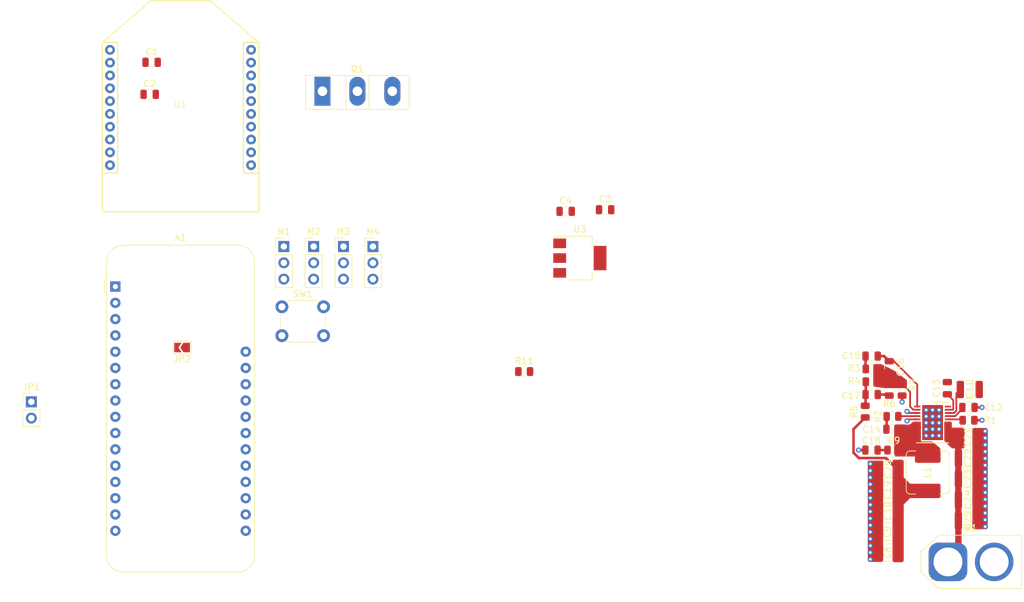
<source format=kicad_pcb>
(kicad_pcb (version 20221018) (generator pcbnew)
  (layers (0 "F.Cu" signal) (31 "B.Cu" power) (34 "B.Paste" user) (35 "F.Paste" user) (36 "B.SilkS" user "B.Silkscreen") (37 "F.SilkS" user "F.Silkscreen") (38 "B.Mask" user) (39 "F.Mask" user) (44 "Edge.Cuts" user))
  (net 0 "")
  (net 2 "+3.3V")
  (net 4 "GND")
  (net 9 "E-Match")
  (net 14 "MCU RX")
  (net 15 "MCU TX")
  (net 16 "Net-(A1-SPARE)")
  (net 18 "Servo 3 PWM")
  (net 19 "Servo 4 PWM")
  (net 20 "Launch Inhibit")
  (net 21 "Servo 1 PWM")
  (net 22 "Servo 2 PWM")
  (net 23 "Break Wire")
  (net 24 "XBee RTS")
  (net 25 "XBee DTR")
  (net 27 "Net-(A1-EN)")
  (net 29 "/XBee Reset")
  (net 30 "/Power/EN{slash}SS")
  (net 31 "/Power/ILIM")
  (net 32 "/Power/Compensation")
  (net 33 "/Power/Feedback")
  (net 34 "Net-(U2-BOOT)")
  (net 35 "+BATT")
  (net 36 "/Power/BP")
  (net 37 "Net-(C14-Pad1)")
  (net 39 "+6V")
  (net 51 "Net-(C15-Pad1)")
  (net 52 "Net-(C17-Pad1)")
  (net 53 "Net-(C17-Pad2)")
  (net 54 "Net-(C18-Pad2)")
  (net 55 "/Power/SW")
  (net 56 "Net-(Q1-D)")
  (footprint "Capacitor_SMD:C_1210_3225Metric" (layer "F.Cu") (at 171.3 94.8 180)
    (fp_text reference "C11" (at 0 0 90) (layer "F.SilkS"))
    (fp_text value "1.0 uF")
    (pad "1" smd roundrect (at -1.475 0 180) (size 1.15 2.7) (layers "F.Cu" "F.Paste" "F.Mask") (roundrect_rratio 0.217391) (net 4 "GND"))
    (pad "2" smd roundrect (at 1.475 0 180) (size 1.15 2.7) (layers "F.Cu" "F.Paste" "F.Mask") (roundrect_rratio 0.217391) (net 35 "+BATT"))
  )
  (footprint "Resistor_SMD:R_0805_2012Metric" (layer "F.Cu") (at 158.75 94.8375 -90)
    (fp_text reference "R6" (at 2.1625 0 -180) (layer "F.SilkS"))
    (fp_text value "6200 Ω")
    (pad "1" smd roundrect (at -0.9125 0 270) (size 1.025 1.4) (layers "F.Cu" "F.Paste" "F.Mask") (roundrect_rratio 0.243902) (net 33 "/Power/Feedback"))
    (pad "2" smd roundrect (at 0.9125 0 270) (size 1.025 1.4) (layers "F.Cu" "F.Paste" "F.Mask") (roundrect_rratio 0.243902) (net 53 "Net-(C17-Pad2)"))
  )
  (footprint "Module:Adafruit_Feather" (layer "F.Cu") (at 38.1 78.74)
    (fp_text reference "A1" (at 10.16 -7.62) (layer "F.SilkS"))
    (fp_text value "Adafruit_Feather_Generic")
    (pad "1" thru_hole rect (at 0 0 180) (size 1.6 1.6) (drill 0.8) (layers "*.Cu" "*.Mask"))
    (pad "2" thru_hole circle (at 0 2.54 180) (size 1.6 1.6) (drill 0.8) (layers "*.Cu" "*.Mask") (net 2 "+3.3V"))
    (pad "3" thru_hole circle (at 0 5.08 180) (size 1.6 1.6) (drill 0.8) (layers "*.Cu" "*.Mask"))
    (pad "4" thru_hole circle (at 0 7.62 180) (size 1.6 1.6) (drill 0.8) (layers "*.Cu" "*.Mask") (net 4 "GND"))
    (pad "5" thru_hole circle (at 0 10.16 180) (size 1.6 1.6) (drill 0.8) (layers "*.Cu" "*.Mask"))
    (pad "6" thru_hole circle (at 0 12.7 180) (size 1.6 1.6) (drill 0.8) (layers "*.Cu" "*.Mask"))
    (pad "7" thru_hole circle (at 0 15.24 180) (size 1.6 1.6) (drill 0.8) (layers "*.Cu" "*.Mask"))
    (pad "8" thru_hole circle (at 0 17.78 180) (size 1.6 1.6) (drill 0.8) (layers "*.Cu" "*.Mask"))
    (pad "9" thru_hole circle (at 0 20.32 180) (size 1.6 1.6) (drill 0.8) (layers "*.Cu" "*.Mask"))
    (pad "10" thru_hole circle (at 0 22.86 180) (size 1.6 1.6) (drill 0.8) (layers "*.Cu" "*.Mask") (net 23 "Break Wire"))
    (pad "11" thru_hole circle (at 0 25.4 180) (size 1.6 1.6) (drill 0.8) (layers "*.Cu" "*.Mask"))
    (pad "12" thru_hole circle (at 0 27.94 180) (size 1.6 1.6) (drill 0.8) (layers "*.Cu" "*.Mask"))
    (pad "13" thru_hole circle (at 0 30.48 180) (size 1.6 1.6) (drill 0.8) (layers "*.Cu" "*.Mask"))
    (pad "14" thru_hole circle (at 0 33.02 180) (size 1.6 1.6) (drill 0.8) (layers "*.Cu" "*.Mask") (net 14 "MCU RX"))
    (pad "15" thru_hole circle (at 0 35.56 180) (size 1.6 1.6) (drill 0.8) (layers "*.Cu" "*.Mask") (net 15 "MCU TX"))
    (pad "16" thru_hole circle (at 0 38.1 180) (size 1.6 1.6) (drill 0.8) (layers "*.Cu" "*.Mask") (net 16 "Net-(A1-SPARE)"))
    (pad "17" thru_hole circle (at 20.32 38.1 180) (size 1.6 1.6) (drill 0.8) (layers "*.Cu" "*.Mask") (net 18 "Servo 3 PWM"))
    (pad "18" thru_hole circle (at 20.32 35.56 180) (size 1.6 1.6) (drill 0.8) (layers "*.Cu" "*.Mask") (net 19 "Servo 4 PWM"))
    (pad "19" thru_hole circle (at 20.32 33.02 180) (size 1.6 1.6) (drill 0.8) (layers "*.Cu" "*.Mask") (net 9 "E-Match"))
    (pad "20" thru_hole circle (at 20.32 30.48 180) (size 1.6 1.6) (drill 0.8) (layers "*.Cu" "*.Mask") (net 20 "Launch Inhibit"))
    (pad "21" thru_hole circle (at 20.32 27.94 180) (size 1.6 1.6) (drill 0.8) (layers "*.Cu" "*.Mask") (net 21 "Servo 1 PWM"))
    (pad "22" thru_hole circle (at 20.32 25.4 180) (size 1.6 1.6) (drill 0.8) (layers "*.Cu" "*.Mask") (net 22 "Servo 2 PWM"))
    (pad "23" thru_hole circle (at 20.32 22.86 180) (size 1.6 1.6) (drill 0.8) (layers "*.Cu" "*.Mask") (net 23 "Break Wire"))
    (pad "24" thru_hole circle (at 20.32 20.32 180) (size 1.6 1.6) (drill 0.8) (layers "*.Cu" "*.Mask") (net 24 "XBee RTS"))
    (pad "25" thru_hole circle (at 20.32 17.78 180) (size 1.6 1.6) (drill 0.8) (layers "*.Cu" "*.Mask") (net 25 "XBee DTR"))
    (pad "26" thru_hole circle (at 20.32 15.24 180) (size 1.6 1.6) (drill 0.8) (layers "*.Cu" "*.Mask"))
    (pad "27" thru_hole circle (at 20.32 12.7 180) (size 1.6 1.6) (drill 0.8) (layers "*.Cu" "*.Mask") (net 27 "Net-(A1-EN)"))
    (pad "28" thru_hole circle (at 20.32 10.16 180) (size 1.6 1.6) (drill 0.8) (layers "*.Cu" "*.Mask"))
  )
  (footprint "Capacitor_SMD:C_0805_2012Metric" (layer "F.Cu") (at 43.75 43.75)
    (fp_text reference "C1" (at 0 -1.68) (layer "F.SilkS"))
    (fp_text value "47 pF")
    (pad "1" smd roundrect (at -0.95 0) (size 1 1.45) (layers "F.Cu" "F.Paste" "F.Mask") (net 2 "+3.3V"))
    (pad "2" smd roundrect (at 0.95 0) (size 1 1.45) (layers "F.Cu" "F.Paste" "F.Mask") (net 4 "GND"))
  )
  (footprint "Capacitor_SMD:C_1210_3225Metric" (layer "F.Cu") (at 171 105.5)
    (fp_text reference "C22" (at 0 0 90) (layer "F.SilkS"))
    (fp_text value "22 uF")
    (pad "1" smd roundrect (at -1.475 0) (size 1.15 2.7) (layers "F.Cu" "F.Paste" "F.Mask") (roundrect_rratio 0.217391) (net 35 "+BATT"))
    (pad "2" smd roundrect (at 1.475 0) (size 1.15 2.7) (layers "F.Cu" "F.Paste" "F.Mask") (roundrect_rratio 0.217391) (net 4 "GND"))
  )
  (footprint "Capacitor_SMD:C_1210_3225Metric" (layer "F.Cu") (at 158.5 110.5 180)
    (fp_text reference "C19" (at 0 0 90) (layer "F.SilkS"))
    (fp_text value "100 uF")
    (pad "1" smd roundrect (at -1.475 0 180) (size 1.15 2.7) (layers "F.Cu" "F.Paste" "F.Mask") (roundrect_rratio 0.217391) (net 39 "+6V"))
    (pad "2" smd roundrect (at 1.475 0 180) (size 1.15 2.7) (layers "F.Cu" "F.Paste" "F.Mask") (roundrect_rratio 0.217391) (net 4 "GND"))
  )
  (footprint "Button_Switch_THT:SW_PUSH_6mm" (layer "F.Cu") (at 64.06 81.895)
    (fp_text reference "SW1" (at 3.25 -2) (layer "F.SilkS"))
    (fp_text value "SW_Push_Dual")
    (pad "1" thru_hole circle (at 0 0 90) (size 2 2) (drill 1.1) (layers "*.Cu" "*.Mask") (net 29 "/XBee Reset"))
    (pad "1" thru_hole circle (at 6.5 0 90) (size 2 2) (drill 1.1) (layers "*.Cu" "*.Mask") (net 29 "/XBee Reset"))
    (pad "2" thru_hole circle (at 0 4.5 90) (size 2 2) (drill 1.1) (layers "*.Cu" "*.Mask") (net 4 "GND"))
    (pad "2" thru_hole circle (at 6.5 4.5 90) (size 2 2) (drill 1.1) (layers "*.Cu" "*.Mask") (net 4 "GND"))
  )
  (footprint "Connector_AMASS:AMASS_XT60-M_1x02_P7.20mm_Vertical" (layer "F.Cu") (at 167.9 121.7)
    (fp_text reference "B1" (at 3.6 -5.3) (layer "F.SilkS"))
    (fp_text value "~")
    (pad "1" thru_hole roundrect (at 0 0) (size 6 6) (drill 4.5) (layers "*.Cu" "*.Mask") (net 35 "+BATT"))
    (pad "2" thru_hole circle (at 7.2 0) (size 6 6) (drill 4.5) (layers "*.Cu" "*.Mask") (net 4 "GND"))
  )
  (footprint "Capacitor_SMD:C_1210_3225Metric" (layer "F.Cu") (at 158.5 117 180)
    (fp_text reference "C9" (at 0 0 90) (layer "F.SilkS"))
    (fp_text value "100 uF")
    (pad "1" smd roundrect (at -1.475 0 180) (size 1.15 2.7) (layers "F.Cu" "F.Paste" "F.Mask") (roundrect_rratio 0.217391) (net 39 "+6V"))
    (pad "2" smd roundrect (at 1.475 0 180) (size 1.15 2.7) (layers "F.Cu" "F.Paste" "F.Mask") (roundrect_rratio 0.217391) (net 4 "GND"))
  )
  (footprint "Connector_PinHeader_2.54mm:PinHeader_1x03_P2.54mm_Vertical" (layer "F.Cu") (at 73.66 72.495)
    (fp_text reference "M3" (at 0 -2.33) (layer "F.SilkS"))
    (fp_text value "Motor_Servo")
    (pad "1" thru_hole rect (at 0 0) (size 1.7 1.7) (drill 1) (layers "*.Cu" "*.Mask") (net 4 "GND"))
    (pad "2" thru_hole oval (at 0 2.54) (size 1.7 1.7) (drill 1) (layers "*.Cu" "*.Mask") (net 39 "+6V"))
    (pad "3" thru_hole oval (at 0 5.08) (size 1.7 1.7) (drill 1) (layers "*.Cu" "*.Mask") (net 18 "Servo 3 PWM"))
  )
  (footprint "Marks_Footprints:XBee-PRO 900HP" (layer "F.Cu") (at 48.26 50.8)
    (fp_text reference "U1" (at 0 -0.5 unlocked) (layer "F.SilkS") (effects (font (thickness 0.1))))
    (fp_text value "Xbee")
    (pad "1" thru_hole circle (at -11 -9) (size 1.524 1.524) (drill 0.762) (layers "*.Cu" "*.Mask") (net 2 "+3.3V"))
    (pad "2" thru_hole circle (at -11 -7) (size 1.524 1.524) (drill 0.762) (layers "*.Cu" "*.Mask") (net 14 "MCU RX"))
    (pad "3" thru_hole circle (at -11 -5) (size 1.524 1.524) (drill 0.762) (layers "*.Cu" "*.Mask") (net 15 "MCU TX"))
    (pad "4" thru_hole circle (at -11 -3) (size 1.524 1.524) (drill 0.762) (layers "*.Cu" "*.Mask"))
    (pad "5" thru_hole circle (at -11 -1) (size 1.524 1.524) (drill 0.762) (layers "*.Cu" "*.Mask") (net 29 "/XBee Reset"))
    (pad "6" thru_hole circle (at -11 1) (size 1.524 1.524) (drill 0.762) (layers "*.Cu" "*.Mask"))
    (pad "7" thru_hole circle (at -11 3) (size 1.524 1.524) (drill 0.762) (layers "*.Cu" "*.Mask"))
    (pad "8" thru_hole circle (at -11 5) (size 1.524 1.524) (drill 0.762) (layers "*.Cu" "*.Mask"))
    (pad "9" thru_hole circle (at -11 7) (size 1.524 1.524) (drill 0.762) (layers "*.Cu" "*.Mask") (net 25 "XBee DTR"))
    (pad "10" thru_hole circle (at -11 9) (size 1.524 1.524) (drill 0.762) (layers "*.Cu" "*.Mask") (net 4 "GND"))
    (pad "11" thru_hole circle (at 11 9 180) (size 1.524 1.524) (drill 0.762) (layers "*.Cu" "*.Mask"))
    (pad "12" thru_hole circle (at 11 7 180) (size 1.524 1.524) (drill 0.762) (layers "*.Cu" "*.Mask"))
    (pad "13" thru_hole circle (at 11 5 180) (size 1.524 1.524) (drill 0.762) (layers "*.Cu" "*.Mask"))
    (pad "14" thru_hole circle (at 11 3 180) (size 1.524 1.524) (drill 0.762) (layers "*.Cu" "*.Mask") (net 4 "GND"))
    (pad "15" thru_hole circle (at 11 1 180) (size 1.524 1.524) (drill 0.762) (layers "*.Cu" "*.Mask"))
    (pad "16" thru_hole circle (at 11 -1 180) (size 1.524 1.524) (drill 0.762) (layers "*.Cu" "*.Mask") (net 24 "XBee RTS"))
    (pad "17" thru_hole circle (at 11 -3 180) (size 1.524 1.524) (drill 0.762) (layers "*.Cu" "*.Mask"))
    (pad "18" thru_hole circle (at 11 -5 180) (size 1.524 1.524) (drill 0.762) (layers "*.Cu" "*.Mask"))
    (pad "19" thru_hole circle (at 11 -7 180) (size 1.524 1.524) (drill 0.762) (layers "*.Cu" "*.Mask"))
    (pad "20" thru_hole circle (at 11 -9 180) (size 1.524 1.524) (drill 0.762) (layers "*.Cu" "*.Mask"))
  )
  (footprint "Inductor_SMD:L_Sumida_CDMC6D28_7.25x6.5mm" (layer "F.Cu") (at 164.75 107.75 -90)
    (fp_text reference "L1" (at 0 0 90) (layer "F.SilkS"))
    (fp_text value "150 nH")
    (pad "1" smd rect (at -2.85 0 270) (size 2 3.4) (layers "F.Cu" "F.Paste" "F.Mask") (net 55 "/Power/SW"))
    (pad "2" smd rect (at 2.85 0 270) (size 2 3.4) (layers "F.Cu" "F.Paste" "F.Mask") (net 39 "+6V"))
  )
  (footprint "Capacitor_SMD:C_0805_2012Metric" (layer "F.Cu") (at 159.25 101)
    (fp_text reference "C14" (at -3.25 0) (layer "F.SilkS"))
    (fp_text value "100 nF")
    (pad "1" smd roundrect (at -0.95 0) (size 1 1.45) (layers "F.Cu" "F.Paste" "F.Mask") (net 37 "Net-(C14-Pad1)"))
    (pad "2" smd roundrect (at 0.95 0) (size 1 1.45) (layers "F.Cu" "F.Paste" "F.Mask") (net 55 "/Power/SW"))
  )
  (footprint "Resistor_SMD:R_0805_2012Metric" (layer "F.Cu") (at 155 98.25 -90)
    (fp_text reference "R5" (at 0 1.75 90) (layer "F.SilkS"))
    (fp_text value "49.9 Ω")
    (pad "1" smd roundrect (at -0.9125 0 270) (size 1.025 1.4) (layers "F.Cu" "F.Paste" "F.Mask") (roundrect_rratio 0.243902) (net 52 "Net-(C17-Pad1)"))
    (pad "2" smd roundrect (at 0.9125 0 270) (size 1.025 1.4) (layers "F.Cu" "F.Paste" "F.Mask") (roundrect_rratio 0.243902) (net 39 "+6V"))
  )
  (footprint "Connector_PinHeader_2.54mm:PinHeader_1x03_P2.54mm_Vertical" (layer "F.Cu") (at 64.36 72.495)
    (fp_text reference "M1" (at 0 -2.33) (layer "F.SilkS"))
    (fp_text value "Motor_Servo")
    (pad "1" thru_hole rect (at 0 0) (size 1.7 1.7) (drill 1) (layers "*.Cu" "*.Mask") (net 4 "GND"))
    (pad "2" thru_hole oval (at 0 2.54) (size 1.7 1.7) (drill 1) (layers "*.Cu" "*.Mask") (net 39 "+6V"))
    (pad "3" thru_hole oval (at 0 5.08) (size 1.7 1.7) (drill 1) (layers "*.Cu" "*.Mask") (net 21 "Servo 1 PWM"))
  )
  (footprint "Capacitor_SMD:C_0805_2012Metric" (layer "F.Cu") (at 158.75 91.3375 90)
    (fp_text reference "C16" (at 0 1.75 90) (layer "F.SilkS"))
    (fp_text value "12 pF")
    (pad "1" smd roundrect (at -0.95 0 90) (size 1 1.45) (layers "F.Cu" "F.Paste" "F.Mask") (net 33 "/Power/Feedback"))
    (pad "2" smd roundrect (at 0.95 0 90) (size 1 1.45) (layers "F.Cu" "F.Paste" "F.Mask") (net 32 "/Power/Compensation"))
  )
  (footprint "Resistor_SMD:R_0805_2012Metric" (layer "F.Cu") (at 156 93.5875 180)
    (fp_text reference "R4" (at 2.75 0.0875 180) (layer "F.SilkS"))
    (fp_text value "200 kΩ")
    (pad "1" smd roundrect (at -0.9125 0 180) (size 1.025 1.4) (layers "F.Cu" "F.Paste" "F.Mask") (roundrect_rratio 0.243902) (net 33 "/Power/Feedback"))
    (pad "2" smd roundrect (at 0.9125 0 180) (size 1.025 1.4) (layers "F.Cu" "F.Paste" "F.Mask") (roundrect_rratio 0.243902) (net 52 "Net-(C17-Pad1)"))
  )
  (footprint "Package_DFN_QFN:DFN-22-1EP_5x6mm_P0.5mm_EP3.14x4.3mm" (layer "F.Cu") (at 165.5 99.9625)
    (fp_text reference "U2" hide)
    (fp_text value "TPS56121")
    (pad "1" smd rect (at -2.395 -2.5) (size 0.98 0.28) (layers "F.Cu" "F.Paste" "F.Mask") (net 32 "/Power/Compensation"))
    (pad "2" smd rect (at -2.395 -2) (size 0.98 0.28) (layers "F.Cu" "F.Paste" "F.Mask") (net 33 "/Power/Feedback"))
    (pad "3" smd rect (at -2.395 -1.5) (size 0.98 0.28) (layers "F.Cu" "F.Paste" "F.Mask") (net 4 "GND"))
    (pad "4" smd rect (at -2.395 -1) (size 0.98 0.28) (layers "F.Cu" "F.Paste" "F.Mask") (net 34 "Net-(U2-BOOT)"))
    (pad "5" smd rect (at -2.395 -0.5) (size 0.98 0.28) (layers "F.Cu" "F.Paste" "F.Mask") (net 4 "GND"))
    (pad "6" smd rect (at -2.395 0) (size 0.98 0.28) (layers "F.Cu" "F.Paste" "F.Mask") (net 55 "/Power/SW"))
    (pad "7" smd rect (at -2.395 0.5) (size 0.98 0.28) (layers "F.Cu" "F.Paste" "F.Mask") (net 55 "/Power/SW"))
    (pad "8" smd rect (at -2.395 1) (size 0.98 0.28) (layers "F.Cu" "F.Paste" "F.Mask") (net 55 "/Power/SW"))
    (pad "9" smd rect (at -2.395 1.5) (size 0.98 0.28) (layers "F.Cu" "F.Paste" "F.Mask") (net 55 "/Power/SW"))
    (pad "10" smd rect (at -2.395 2) (size 0.98 0.28) (layers "F.Cu" "F.Paste" "F.Mask") (net 55 "/Power/SW"))
    (pad "11" smd rect (at -2.395 2.5) (size 0.98 0.28) (layers "F.Cu" "F.Paste" "F.Mask") (net 55 "/Power/SW"))
    (pad "12" smd rect (at 2.395 2.5) (size 0.98 0.28) (layers "F.Cu" "F.Paste" "F.Mask") (net 35 "+BATT"))
    (pad "13" smd rect (at 2.395 2) (size 0.98 0.28) (layers "F.Cu" "F.Paste" "F.Mask") (net 35 "+BATT"))
    (pad "14" smd rect (at 2.395 1.5) (size 0.98 0.28) (layers "F.Cu" "F.Paste" "F.Mask") (net 35 "+BATT"))
    (pad "15" smd rect (at 2.395 1) (size 0.98 0.28) (layers "F.Cu" "F.Paste" "F.Mask") (net 35 "+BATT"))
    (pad "16" smd rect (at 2.395 0.5) (size 0.98 0.28) (layers "F.Cu" "F.Paste" "F.Mask") (net 35 "+BATT"))
    (pad "17" smd rect (at 2.395 0) (size 0.98 0.28) (layers "F.Cu" "F.Paste" "F.Mask") (net 35 "+BATT"))
    (pad "18" smd rect (at 2.395 -0.5) (size 0.98 0.28) (layers "F.Cu" "F.Paste" "F.Mask") (net 31 "/Power/ILIM"))
    (pad "19" smd rect (at 2.395 -1) (size 0.98 0.28) (layers "F.Cu" "F.Paste" "F.Mask") (net 36 "/Power/BP"))
    (pad "20" smd rect (at 2.395 -1.5) (size 0.98 0.28) (layers "F.Cu" "F.Paste" "F.Mask") (net 35 "+BATT"))
    (pad "21" smd rect (at 2.395 -2) (size 0.98 0.28) (layers "F.Cu" "F.Paste" "F.Mask") (net 30 "/Power/EN{slash}SS"))
    (pad "22" smd rect (at 2.395 -2.5) (size 0.98 0.28) (layers "F.Cu" "F.Paste" "F.Mask"))
    (pad "23" smd rect (at 0 0) (size 3.24 5.48) (layers "F.Cu" "F.Mask") (net 4 "GND"))
  )
  (footprint "Capacitor_SMD:C_0805_2012Metric" (layer "F.Cu") (at 156 95.5875)
    (fp_text reference "C17" (at -3.25 0.1625 180) (layer "F.SilkS"))
    (fp_text value "820 pF")
    (pad "1" smd roundrect (at -0.95 0) (size 1 1.45) (layers "F.Cu" "F.Paste" "F.Mask") (net 52 "Net-(C17-Pad1)"))
    (pad "2" smd roundrect (at 0.95 0) (size 1 1.45) (layers "F.Cu" "F.Paste" "F.Mask") (net 53 "Net-(C17-Pad2)"))
  )
  (footprint "Capacitor_SMD:C_1210_3225Metric" (layer "F.Cu") (at 171 108.75)
    (fp_text reference "C23" (at 0 0 90) (layer "F.SilkS"))
    (fp_text value "22 uF")
    (pad "1" smd roundrect (at -1.475 0) (size 1.15 2.7) (layers "F.Cu" "F.Paste" "F.Mask") (roundrect_rratio 0.217391) (net 35 "+BATT"))
    (pad "2" smd roundrect (at 1.475 0) (size 1.15 2.7) (layers "F.Cu" "F.Paste" "F.Mask") (roundrect_rratio 0.217391) (net 4 "GND"))
  )
  (footprint "Capacitor_SMD:C_1210_3225Metric" (layer "F.Cu") (at 171 115.25)
    (fp_text reference "C25" (at 0 0 90) (layer "F.SilkS"))
    (fp_text value "22 uF")
    (pad "1" smd roundrect (at -1.475 0) (size 1.15 2.7) (layers "F.Cu" "F.Paste" "F.Mask") (roundrect_rratio 0.217391) (net 35 "+BATT"))
    (pad "2" smd roundrect (at 1.475 0) (size 1.15 2.7) (layers "F.Cu" "F.Paste" "F.Mask") (roundrect_rratio 0.217391) (net 4 "GND"))
  )
  (footprint "Connector_PinHeader_2.54mm:PinHeader_1x03_P2.54mm_Vertical" (layer "F.Cu") (at 78.25 72.5)
    (fp_text reference "M4" (at 0 -2.33) (layer "F.SilkS"))
    (fp_text value "Motor_Servo")
    (pad "1" thru_hole rect (at 0 0) (size 1.7 1.7) (drill 1) (layers "*.Cu" "*.Mask") (net 4 "GND"))
    (pad "2" thru_hole oval (at 0 2.54) (size 1.7 1.7) (drill 1) (layers "*.Cu" "*.Mask") (net 39 "+6V"))
    (pad "3" thru_hole oval (at 0 5.08) (size 1.7 1.7) (drill 1) (layers "*.Cu" "*.Mask") (net 19 "Servo 4 PWM"))
  )
  (footprint "Capacitor_SMD:C_0805_2012Metric" (layer "F.Cu") (at 43.45 48.75)
    (fp_text reference "C2" (at 0 -1.68) (layer "F.SilkS"))
    (fp_text value "1 uF")
    (pad "1" smd roundrect (at -0.95 0) (size 1 1.45) (layers "F.Cu" "F.Paste" "F.Mask") (net 2 "+3.3V"))
    (pad "2" smd roundrect (at 0.95 0) (size 1 1.45) (layers "F.Cu" "F.Paste" "F.Mask") (net 4 "GND"))
  )
  (footprint "Capacitor_SMD:C_0805_2012Metric" (layer "F.Cu") (at 108.3 67)
    (fp_text reference "C4" (at 0 -1.68) (layer "F.SilkS"))
    (fp_text value "100 nF")
    (pad "1" smd roundrect (at -0.95 0) (size 1 1.45) (layers "F.Cu" "F.Paste" "F.Mask") (net 39 "+6V"))
    (pad "2" smd roundrect (at 0.95 0) (size 1 1.45) (layers "F.Cu" "F.Paste" "F.Mask") (net 4 "GND"))
  )
  (footprint "Capacitor_SMD:C_0805_2012Metric" (layer "F.Cu") (at 171.1 97.6 180)
    (fp_text reference "C12" (at -3.9 0) (layer "F.SilkS"))
    (fp_text value "4.7 uF")
    (pad "1" smd roundrect (at -0.95 0 180) (size 1 1.45) (layers "F.Cu" "F.Paste" "F.Mask") (net 4 "GND"))
    (pad "2" smd roundrect (at 0.95 0 180) (size 1 1.45) (layers "F.Cu" "F.Paste" "F.Mask") (net 36 "/Power/BP"))
  )
  (footprint "Connector_PinHeader_2.54mm:PinHeader_1x03_P2.54mm_Vertical" (layer "F.Cu") (at 69.01 72.495)
    (fp_text reference "M2" (at 0 -2.33) (layer "F.SilkS"))
    (fp_text value "Motor_Servo")
    (pad "1" thru_hole rect (at 0 0) (size 1.7 1.7) (drill 1) (layers "*.Cu" "*.Mask") (net 4 "GND"))
    (pad "2" thru_hole oval (at 0 2.54) (size 1.7 1.7) (drill 1) (layers "*.Cu" "*.Mask") (net 39 "+6V"))
    (pad "3" thru_hole oval (at 0 5.08) (size 1.7 1.7) (drill 1) (layers "*.Cu" "*.Mask") (net 22 "Servo 2 PWM"))
  )
  (footprint "Capacitor_SMD:C_0805_2012Metric" (layer "F.Cu") (at 167.8 94.6 90)
    (fp_text reference "C13" (at 0 -1.68 90) (layer "F.SilkS"))
    (fp_text value "33 nF")
    (pad "1" smd roundrect (at -0.95 0 90) (size 1 1.45) (layers "F.Cu" "F.Paste" "F.Mask") (net 30 "/Power/EN{slash}SS"))
    (pad "2" smd roundrect (at 0.95 0 90) (size 1 1.45) (layers "F.Cu" "F.Paste" "F.Mask") (net 4 "GND"))
  )
  (footprint "Capacitor_SMD:C_1210_3225Metric" (layer "F.Cu") (at 171 112)
    (fp_text reference "C24" (at 0 0 90) (layer "F.SilkS"))
    (fp_text value "22 uF")
    (pad "1" smd roundrect (at -1.475 0) (size 1.15 2.7) (layers "F.Cu" "F.Paste" "F.Mask") (roundrect_rratio 0.217391) (net 35 "+BATT"))
    (pad "2" smd roundrect (at 1.475 0) (size 1.15 2.7) (layers "F.Cu" "F.Paste" "F.Mask") (roundrect_rratio 0.217391) (net 4 "GND"))
  )
  (footprint "Resistor_SMD:R_0805_2012Metric" (layer "F.Cu") (at 101.8375 92)
    (fp_text reference "R11" (at 0 -1.65) (layer "F.SilkS"))
    (fp_text value "R")
    (pad "1" smd roundrect (at -0.9125 0) (size 1.025 1.4) (layers "F.Cu" "F.Paste" "F.Mask") (roundrect_rratio 0.243902) (net 27 "Net-(A1-EN)"))
    (pad "2" smd roundrect (at 0.9125 0) (size 1.025 1.4) (layers "F.Cu" "F.Paste" "F.Mask") (roundrect_rratio 0.243902) (net 4 "GND"))
  )
  (footprint "Capacitor_SMD:C_0805_2012Metric" (layer "F.Cu") (at 155.975 104.25)
    (fp_text reference "C18" (at 0 -1.5) (layer "F.SilkS"))
    (fp_text value "1000 pF")
    (pad "1" smd roundrect (at -0.95 0) (size 1 1.45) (layers "F.Cu" "F.Paste" "F.Mask") (net 4 "GND"))
    (pad "2" smd roundrect (at 0.95 0) (size 1 1.45) (layers "F.Cu" "F.Paste" "F.Mask") (net 54 "Net-(C18-Pad2)"))
  )
  (footprint "Jumper:SolderJumper-2_P1.3mm_Open_TrianglePad1.0x1.5mm" (layer "F.Cu") (at 48.5 88.25 180)
    (fp_text reference "JP2" (at 0 -1.8) (layer "F.SilkS"))
    (fp_text value "~")
    (pad "1" smd custom (at -0.725 0 180) (size 0.3 0.3) (layers "F.Cu" "F.Mask") (net 27 "Net-(A1-EN)") (options (clearance outline) (anchor rect)) (primitives (gr_poly (pts (xy 1 0) (xy 0.5 0.75) (xy -0.5 0.75) (xy -0.5 -0.75) (xy 0.5 -0.75)) (width 0) (fill yes))))
    (pad "2" smd custom (at 0.725 0 180) (size 0.3 0.3) (layers "F.Cu" "F.Mask") (net 4 "GND") (options (clearance outline) (anchor rect)) (primitives (gr_poly (pts (xy 0.5 0.75) (xy -0.65 0.75) (xy -0.15 0) (xy -0.65 -0.75) (xy 0.5 -0.75)) (width 0) (fill yes))))
  )
  (footprint "Capacitor_SMD:C_0805_2012Metric" (layer "F.Cu") (at 156 89.5875)
    (fp_text reference "C15" (at -3.2 -0.0875 180) (layer "F.SilkS"))
    (fp_text value "390 pF")
    (pad "1" smd roundrect (at -0.95 0) (size 1 1.45) (layers "F.Cu" "F.Paste" "F.Mask") (net 51 "Net-(C15-Pad1)"))
    (pad "2" smd roundrect (at 0.95 0) (size 1 1.45) (layers "F.Cu" "F.Paste" "F.Mask") (net 32 "/Power/Compensation"))
  )
  (footprint "Connector_PinHeader_2.54mm:PinHeader_1x02_P2.54mm_Vertical" (layer "F.Cu") (at 25 96.725)
    (fp_text reference "JP1" (at 0 -2.33) (layer "F.SilkS"))
    (fp_text value "Boot Jumper")
    (pad "1" thru_hole rect (at 0 0) (size 1.7 1.7) (drill 1) (layers "*.Cu" "*.Mask") (net 4 "GND"))
    (pad "2" thru_hole oval (at 0 2.54) (size 1.7 1.7) (drill 1) (layers "*.Cu" "*.Mask") (net 16 "Net-(A1-SPARE)"))
  )
  (footprint "Resistor_SMD:R_0805_2012Metric" (layer "F.Cu") (at 159.25 99 180)
    (fp_text reference "R2" (at 2.25 0 90) (layer "F.SilkS"))
    (fp_text value "5.1 Ω")
    (pad "1" smd roundrect (at -0.9125 0 180) (size 1.025 1.4) (layers "F.Cu" "F.Paste" "F.Mask") (roundrect_rratio 0.243902) (net 34 "Net-(U2-BOOT)"))
    (pad "2" smd roundrect (at 0.9125 0 180) (size 1.025 1.4) (layers "F.Cu" "F.Paste" "F.Mask") (roundrect_rratio 0.243902) (net 37 "Net-(C14-Pad1)"))
  )
  (footprint "Package_TO_SOT_SMD:SOT-223-3_TabPin2" (layer "F.Cu") (at 110.515 74.295)
    (fp_text reference "U3" (at 0 -4.5) (layer "F.SilkS"))
    (fp_text value "LD1117S33TR_SOT223")
    (pad "1" smd rect (at -3.15 -2.3) (size 2 1.5) (layers "F.Cu" "F.Paste" "F.Mask") (net 4 "GND"))
    (pad "2" smd rect (at -3.15 0) (size 2 1.5) (layers "F.Cu" "F.Paste" "F.Mask") (net 2 "+3.3V"))
    (pad "2" smd rect (at 3.15 0) (size 2 3.8) (layers "F.Cu" "F.Paste" "F.Mask") (net 2 "+3.3V"))
    (pad "3" smd rect (at -3.15 2.3) (size 2 1.5) (layers "F.Cu" "F.Paste" "F.Mask") (net 39 "+6V"))
  )
  (footprint "Resistor_SMD:R_0805_2012Metric" (layer "F.Cu") (at 156 91.5875)
    (fp_text reference "R3" (at -2.75 -0.0875 180) (layer "F.SilkS"))
    (fp_text value "442 kΩ")
    (pad "1" smd roundrect (at -0.9125 0) (size 1.025 1.4) (layers "F.Cu" "F.Paste" "F.Mask") (roundrect_rratio 0.243902) (net 51 "Net-(C15-Pad1)"))
    (pad "2" smd roundrect (at 0.9125 0) (size 1.025 1.4) (layers "F.Cu" "F.Paste" "F.Mask") (roundrect_rratio 0.243902) (net 33 "/Power/Feedback"))
  )
  (footprint "Package_TO_SOT_THT:TO-247-3_Vertical" (layer "F.Cu") (at 70.38 48.26)
    (fp_text reference "Q1" (at 5.45 -3.45) (layer "F.SilkS"))
    (fp_text value "IRFP450PBF")
    (pad "1" thru_hole rect (at 0 0) (size 2.5 4.5) (drill 1.5) (layers "*.Cu" "*.Mask") (net 9 "E-Match"))
    (pad "2" thru_hole oval (at 5.45 0) (size 2.5 4.5) (drill 1.5) (layers "*.Cu" "*.Mask") (net 56 "Net-(Q1-D)"))
    (pad "3" thru_hole oval (at 10.9 0) (size 2.5 4.5) (drill 1.5) (layers "*.Cu" "*.Mask") (net 4 "GND"))
  )
  (footprint "Resistor_SMD:R_0805_2012Metric" (layer "F.Cu") (at 160.75 94.8375 -90)
    (fp_text reference "R7" (at -0.8375 -1.75 90) (layer "F.SilkS"))
    (fp_text value "22 kΩ")
    (pad "1" smd roundrect (at -0.9125 0 270) (size 1.025 1.4) (layers "F.Cu" "F.Paste" "F.Mask") (roundrect_rratio 0.243902) (net 33 "/Power/Feedback"))
    (pad "2" smd roundrect (at 0.9125 0 270) (size 1.025 1.4) (layers "F.Cu" "F.Paste" "F.Mask") (roundrect_rratio 0.243902) (net 4 "GND"))
  )
  (footprint "Resistor_SMD:R_0805_2012Metric" (layer "F.Cu") (at 171.1 99.6 180)
    (fp_text reference "R1" (at -3.4 0) (layer "F.SilkS"))
    (fp_text value "1.78 kΩ")
    (pad "1" smd roundrect (at -0.9125 0 180) (size 1.025 1.4) (layers "F.Cu" "F.Paste" "F.Mask") (roundrect_rratio 0.243902) (net 4 "GND"))
    (pad "2" smd roundrect (at 0.9125 0 180) (size 1.025 1.4) (layers "F.Cu" "F.Paste" "F.Mask") (roundrect_rratio 0.243902) (net 31 "/Power/ILIM"))
  )
  (footprint "Capacitor_SMD:C_1210_3225Metric" (layer "F.Cu") (at 158.5 120.25 180)
    (fp_text reference "C8" (at 0 0 90) (layer "F.SilkS"))
    (fp_text value "100 uF")
    (pad "1" smd roundrect (at -1.475 0 180) (size 1.15 2.7) (layers "F.Cu" "F.Paste" "F.Mask") (roundrect_rratio 0.217391) (net 39 "+6V"))
    (pad "2" smd roundrect (at 1.475 0 180) (size 1.15 2.7) (layers "F.Cu" "F.Paste" "F.Mask") (roundrect_rratio 0.217391) (net 4 "GND"))
  )
  (footprint "Capacitor_SMD:C_1210_3225Metric" (layer "F.Cu") (at 171 102.25)
    (fp_text reference "C21" (at 0 0 90) (layer "F.SilkS"))
    (fp_text value "1.0 uF")
    (pad "1" smd roundrect (at -1.475 0) (size 1.15 2.7) (layers "F.Cu" "F.Paste" "F.Mask") (roundrect_rratio 0.217391) (net 35 "+BATT"))
    (pad "2" smd roundrect (at 1.475 0) (size 1.15 2.7) (layers "F.Cu" "F.Paste" "F.Mask") (roundrect_rratio 0.217391) (net 4 "GND"))
  )
  (footprint "Resistor_SMD:R_0805_2012Metric" (layer "F.Cu") (at 159.3875 104.25 180)
    (fp_text reference "R9" (at -0.0875 1.5) (layer "F.SilkS"))
    (fp_text value "1.0 Ω")
    (pad "1" smd roundrect (at -0.9125 0 180) (size 1.025 1.4) (layers "F.Cu" "F.Paste" "F.Mask") (roundrect_rratio 0.243902) (net 55 "/Power/SW"))
    (pad "2" smd roundrect (at 0.9125 0 180) (size 1.025 1.4) (layers "F.Cu" "F.Paste" "F.Mask") (roundrect_rratio 0.243902) (net 54 "Net-(C18-Pad2)"))
  )
  (footprint "Capacitor_SMD:C_1210_3225Metric" (layer "F.Cu") (at 158.5 113.75 180)
    (fp_text reference "C10" (at 0 0 90) (layer "F.SilkS"))
    (fp_text value "100 uF")
    (pad "1" smd roundrect (at -1.475 0 180) (size 1.15 2.7) (layers "F.Cu" "F.Paste" "F.Mask") (roundrect_rratio 0.217391) (net 39 "+6V"))
    (pad "2" smd roundrect (at 1.475 0 180) (size 1.15 2.7) (layers "F.Cu" "F.Paste" "F.Mask") (roundrect_rratio 0.217391) (net 4 "GND"))
  )
  (footprint "Capacitor_SMD:C_0805_2012Metric" (layer "F.Cu") (at 114.45 66.75)
    (fp_text reference "C3" (at 0 -1.68) (layer "F.SilkS"))
    (fp_text value "10 uF")
    (pad "1" smd roundrect (at -0.95 0) (size 1 1.45) (layers "F.Cu" "F.Paste" "F.Mask") (net 2 "+3.3V"))
    (pad "2" smd roundrect (at 0.95 0) (size 1 1.45) (layers "F.Cu" "F.Paste" "F.Mask") (net 4 "GND"))
  )
  (footprint "Capacitor_SMD:C_1210_3225Metric" (layer "F.Cu") (at 158.5 107.25 180)
    (fp_text reference "C20" (at 0 0 90) (layer "F.SilkS"))
    (fp_text value "100 uF")
    (pad "1" smd roundrect (at -1.475 0 180) (size 1.15 2.7) (layers "F.Cu" "F.Paste" "F.Mask") (roundrect_rratio 0.217391) (net 39 "+6V"))
    (pad "2" smd roundrect (at 1.475 0 180) (size 1.15 2.7) (layers "F.Cu" "F.Paste" "F.Mask") (roundrect_rratio 0.217391) (net 4 "GND"))
  )
  (segment (start 155.025 104.25) (end 153.975 104.25) (width 0.4) (layer "F.Cu") (net 4))
  (segment (start 161.7395 99.4625) (end 163.105 99.4625) (width 0.28) (layer "F.Cu") (net 4))
  (segment (start 161.7395 98.4625) (end 163.105 98.4625) (width 0.28) (layer "F.Cu") (net 4))
  (segment (start 161.5 98.223) (end 161.7395 98.4625) (width 0.28) (layer "F.Cu") (net 4))
  (segment (start 161.5 99.702) (end 161.7395 99.4625) (width 0.28) (layer "F.Cu") (net 4))
  (segment (start 172.05 97.6) (end 173.2 97.6) (width 0.4) (layer "F.Cu") (net 4))
  (segment (start 172.0125 99.6) (end 173.2 99.6) (width 0.4) (layer "F.Cu") (net 4))
  (segment (start 160.75 95.75) (end 160.75 96.75) (width 0.4) (layer "F.Cu") (net 4))
  (via (at 173.7 113.007135) (size 0.8) (drill 0.4) (layers "F.Cu" "B.Cu") (net 4))
  (via (at 166.5 98) (size 0.8) (drill 0.4) (layers "F.Cu" "B.Cu") (net 4))
  (via (at 173.7 110.878565) (size 0.8) (drill 0.4) (layers "F.Cu" "B.Cu") (net 4))
  (via (at 173.7 105.55714) (size 0.8) (drill 0.4) (layers "F.Cu" "B.Cu") (net 4))
  (via (at 155.8 121.3) (size 0.8) (drill 0.4) (layers "F.Cu" "B.Cu") (net 4))
  (via (at 155.8 109.592855) (size 0.8) (drill 0.4) (layers "F.Cu" "B.Cu") (net 4))
  (via (at 173.7 116.2) (size 0.8) (drill 0.4) (layers "F.Cu" "B.Cu") (net 4))
  (via (at 166.5 101) (size 0.8) (drill 0.4) (layers "F.Cu" "B.Cu") (net 4))
  (via (at 173.2 97.6) (size 0.8) (drill 0.4) (layers "F.Cu" "B.Cu") (net 4))
  (via (at 173.7 102.364285) (size 0.8) (drill 0.4) (layers "F.Cu" "B.Cu") (net 4))
  (via (at 165.5 101) (size 0.8) (drill 0.4) (layers "F.Cu" "B.Cu") (net 4))
  (via (at 173.7 111.94285) (size 0.8) (drill 0.4) (layers "F.Cu" "B.Cu") (net 4))
  (via (at 165.5 102) (size 0.8) (drill 0.4) (layers "F.Cu" "B.Cu") (net 4))
  (via (at 155.8 111.721425) (size 0.8) (drill 0.4) (layers "F.Cu" "B.Cu") (net 4))
  (via (at 166.5 100) (size 0.8) (drill 0.4) (layers "F.Cu" "B.Cu") (net 4))
  (via (at 160.75 96.75) (size 0.8) (drill 0.4) (layers "F.Cu" "B.Cu") (net 4))
  (via (at 164.5 98) (size 0.8) (drill 0.4) (layers "F.Cu" "B.Cu") (net 4))
  (via (at 173.7 109.81428) (size 0.8) (drill 0.4) (layers "F.Cu" "B.Cu") (net 4))
  (via (at 164.5 99) (size 0.8) (drill 0.4) (layers "F.Cu" "B.Cu") (net 4))
  (via (at 173.7 104.492855) (size 0.8) (drill 0.4) (layers "F.Cu" "B.Cu") (net 4))
  (via (at 155.8 106.4) (size 0.8) (drill 0.4) (layers "F.Cu" "B.Cu") (net 4))
  (via (at 164.5 101) (size 0.8) (drill 0.4) (layers "F.Cu" "B.Cu") (net 4))
  (via (at 155.8 107.464285) (size 0.8) (drill 0.4) (layers "F.Cu" "B.Cu") (net 4))
  (via (at 155.8 114.91428) (size 0.8) (drill 0.4) (layers "F.Cu" "B.Cu") (net 4))
  (via (at 153.975 104.25) (size 0.8) (drill 0.4) (layers "F.Cu" "B.Cu") (net 4))
  (via (at 173.2 99.6) (size 0.8) (drill 0.4) (layers "F.Cu" "B.Cu") (net 4))
  (via (at 155.8 115.978565) (size 0.8) (drill 0.4) (layers "F.Cu" "B.Cu") (net 4))
  (via (at 173.7 106.621425) (size 0.8) (drill 0.4) (layers "F.Cu" "B.Cu") (net 4))
  (via (at 155.8 110.65714) (size 0.8) (drill 0.4) (layers "F.Cu" "B.Cu") (net 4))
  (via (at 155.8 112.78571) (size 0.8) (drill 0.4) (layers "F.Cu" "B.Cu") (net 4))
  (via (at 173.7 107.68571) (size 0.8) (drill 0.4) (layers "F.Cu" "B.Cu") (net 4))
  (via (at 166.5 102) (size 0.8) (drill 0.4) (layers "F.Cu" "B.Cu") (net 4))
  (via (at 173.7 103.42857) (size 0.8) (drill 0.4) (layers "F.Cu" "B.Cu") (net 4))
  (via (at 164.5 100) (size 0.8) (drill 0.4) (layers "F.Cu" "B.Cu") (net 4))
  (via (at 173.7 101.3) (size 0.8) (drill 0.4) (layers "F.Cu" "B.Cu") (net 4))
  (via (at 166.5 99) (size 0.8) (drill 0.4) (layers "F.Cu" "B.Cu") (net 4))
  (via (at 155.8 119.17142) (size 0.8) (drill 0.4) (layers "F.Cu" "B.Cu") (net 4))
  (via (at 164.5 102) (size 0.8) (drill 0.4) (layers "F.Cu" "B.Cu") (net 4))
  (via (at 155.8 113.849995) (size 0.8) (drill 0.4) (layers "F.Cu" "B.Cu") (net 4))
  (via (at 155.8 117.04285) (size 0.8) (drill 0.4) (layers "F.Cu" "B.Cu") (net 4))
  (via (at 173.7 115.135705) (size 0.8) (drill 0.4) (layers "F.Cu" "B.Cu") (net 4))
  (via (at 165.5 99) (size 0.8) (drill 0.4) (layers "F.Cu" "B.Cu") (net 4))
  (via (at 165.5 98) (size 0.8) (drill 0.4) (layers "F.Cu" "B.Cu") (net 4))
  (via (at 165.5 100) (size 0.8) (drill 0.4) (layers "F.Cu" "B.Cu") (net 4))
  (via (at 161.5 98.223) (size 0.8) (drill 0.4) (layers "F.Cu" "B.Cu") (net 4))
  (via (at 155.8 118.107135) (size 0.8) (drill 0.4) (layers "F.Cu" "B.Cu") (net 4))
  (via (at 155.8 108.52857) (size 0.8) (drill 0.4) (layers "F.Cu" "B.Cu") (net 4))
  (via (at 173.7 108.749995) (size 0.8) (drill 0.4) (layers "F.Cu" "B.Cu") (net 4))
  (via (at 155.8 120.235705) (size 0.8) (drill 0.4) (layers "F.Cu" "B.Cu") (net 4))
  (via (at 173.7 114.07142) (size 0.8) (drill 0.4) (layers "F.Cu" "B.Cu") (net 4))
  (via (at 161.5 99.702) (size 0.8) (drill 0.4) (layers "F.Cu" "B.Cu") (net 4))
  (segment (start 168.725 96.475) (end 168.725 97.890934) (width 0.28) (layer "F.Cu") (net 30))
  (segment (start 168.725 97.890934) (end 168.653434 97.9625) (width 0.28) (layer "F.Cu") (net 30))
  (segment (start 167.8 95.55) (end 168.725 96.475) (width 0.28) (layer "F.Cu") (net 30))
  (segment (start 168.653434 97.9625) (end 167.895 97.9625) (width 0.28) (layer "F.Cu") (net 30))
  (segment (start 170.05 99.4625) (end 170.1875 99.6) (width 0.28) (layer "F.Cu") (net 31))
  (segment (start 167.895 99.4625) (end 170.05 99.4625) (width 0.28) (layer "F.Cu") (net 31))
  (segment (start 159.475 90.3875) (end 158.75 90.3875) (width 0.28) (layer "F.Cu") (net 32))
  (segment (start 163.105 94.0175) (end 159.475 90.3875) (width 0.28) (layer "F.Cu") (net 32))
  (segment (start 156.95 89.5875) (end 157.95 89.5875) (width 0.4) (layer "F.Cu") (net 32))
  (segment (start 157.95 89.5875) (end 158.75 90.3875) (width 0.4) (layer "F.Cu") (net 32))
  (segment (start 163.105 97.4625) (end 163.105 94.0175) (width 0.28) (layer "F.Cu") (net 32))
  (segment (start 162 95.175) (end 162 97.468334) (width 0.28) (layer "F.Cu") (net 33))
  (segment (start 162.494166 97.9625) (end 163.105 97.9625) (width 0.28) (layer "F.Cu") (net 33))
  (segment (start 160.75 93.925) (end 162 95.175) (width 0.28) (layer "F.Cu") (net 33))
  (segment (start 162 97.468334) (end 162.494166 97.9625) (width 0.28) (layer "F.Cu") (net 33))
  (segment (start 160.2 98.9625) (end 160.1625 99) (width 0.28) (layer "F.Cu") (net 34))
  (segment (start 163.105 98.9625) (end 160.2 98.9625) (width 0.28) (layer "F.Cu") (net 34))
  (segment (start 169.205 95.42) (end 169.825 94.8) (width 0.28) (layer "F.Cu") (net 35))
  (segment (start 168.832256 98.4625) (end 169.205 98.089756) (width 0.28) (layer "F.Cu") (net 35))
  (segment (start 167.895 98.4625) (end 168.832256 98.4625) (width 0.28) (layer "F.Cu") (net 35))
  (segment (start 167.9 121.7) (end 169.525 120.075) (width 1) (layer "F.Cu") (net 35))
  (segment (start 169.205 98.089756) (end 169.205 95.42) (width 0.28) (layer "F.Cu") (net 35))
  (segment (start 169.525 115.25) (end 169.525 102.25) (width 1) (layer "F.Cu") (net 35))
  (segment (start 169.525 120.075) (end 169.525 115.25) (width 1) (layer "F.Cu") (net 35))
  (segment (start 170.15 97.823578) (end 170.15 97.6) (width 0.28) (layer "F.Cu") (net 36))
  (segment (start 167.895 98.9625) (end 169.011078 98.9625) (width 0.28) (layer "F.Cu") (net 36))
  (segment (start 169.011078 98.9625) (end 170.15 97.823578) (width 0.28) (layer "F.Cu") (net 36))
  (segment (start 158.3375 100.9625) (end 158.3 101) (width 0.4) (layer "F.Cu") (net 37))
  (segment (start 158.3375 99) (end 158.3375 100.9625) (width 0.4) (layer "F.Cu") (net 37))
  (segment (start 153.175 104.675) (end 154 105.5) (width 0.4) (layer "F.Cu") (net 39))
  (segment (start 153.175 100.9875) (end 153.175 104.675) (width 0.4) (layer "F.Cu") (net 39))
  (segment (start 154 105.5) (end 158.225 105.5) (width 0.4) (layer "F.Cu") (net 39))
  (segment (start 158.225 105.5) (end 159.975 107.25) (width 0.4) (layer "F.Cu") (net 39))
  (segment (start 155 99.1625) (end 153.175 100.9875) (width 0.4) (layer "F.Cu") (net 39))
  (segment (start 155.05 89.5875) (end 155.05 91.55) (width 0.4) (layer "F.Cu") (net 51))
  (segment (start 155.05 91.55) (end 155.0875 91.5875) (width 0.4) (layer "F.Cu") (net 51))
  (segment (start 155.0875 93.5875) (end 155.0875 95.55) (width 0.4) (layer "F.Cu") (net 52))
  (segment (start 155 97.3375) (end 155.05 97.2875) (width 0.4) (layer "F.Cu") (net 52))
  (segment (start 155.05 97.2875) (end 155.05 95.5875) (width 0.4) (layer "F.Cu") (net 52))
  (segment (start 155.0875 95.55) (end 155.05 95.5875) (width 0.4) (layer "F.Cu") (net 52))
  (segment (start 158.5875 95.5875) (end 158.75 95.75) (width 0.4) (layer "F.Cu") (net 53))
  (segment (start 156.95 95.5875) (end 158.5875 95.5875) (width 0.4) (layer "F.Cu") (net 53))
  (segment (start 158.475 104.25) (end 156.925 104.25) (width 0.4) (layer "F.Cu") (net 54))
  (zone (net 55) (net_name "/Power/SW") (layer "F.Cu") (connect_pads yes (clearance 0.2)) (min_thickness 0.25) (fill yes (thermal_gap 0.5) (thermal_bridge_width 0.5) (smoothing chamfer) (radius 0.2))
    (polygon (pts (xy 159.5 100.25) (xy 162 100.25) (xy 162.494881 99.75) (xy 163.75 99.75) (xy 163.75 102.75) (xy 165.25 102.75) (xy 166.75 104) (xy 166.75 106.25) (xy 165 106.25) (xy 162.75 106.25) (xy 162.75 105.25) (xy 159.5 105.25) (xy 159.5 103.25) (xy 159.5 101.75)))
  )
  (zone (net 35) (net_name "+BATT") (layer "F.Cu") (priority 2) (connect_pads yes (clearance 0.2)) (min_thickness 0.25) (fill yes (thermal_gap 0.5) (thermal_bridge_width 0.5) (smoothing chamfer) (radius 0.2))
    (polygon (pts (xy 167.25 99.75) (xy 168.5 99.75) (xy 168.5 100.75) (xy 170.5 100.75) (xy 170.5 104) (xy 168.5 104) (xy 168.5 104) (xy 167.25 102.75)))
  )
  (zone (net 4) (net_name "GND") (layer "F.Cu") (priority 4) (connect_pads yes (clearance 0.2)) (min_thickness 0.25) (fill yes (thermal_gap 0.5) (thermal_bridge_width 0.5) (smoothing chamfer) (radius 0.2))
    (polygon (pts (xy 157.8 105.8) (xy 157.8 121.7) (xy 155.4 121.7) (xy 155.4 105.8)))
  )
  (zone (net 33) (net_name "/Power/Feedback") (layer "F.Cu") (priority 1) (connect_pads yes (clearance 0.2)) (min_thickness 0.25) (fill yes (thermal_gap 0.5) (thermal_bridge_width 0.5) (smoothing fillet) (radius 0.2))
    (polygon (pts (xy 157.5 90.8375) (xy 159.5 91.8375) (xy 161.5 93.3375) (xy 161.5 94.5875) (xy 158 94.5875) (xy 156.25 94.3375) (xy 156.25 90.8375)))
  )
  (zone (net 39) (net_name "+6V") (layer "F.Cu") (priority 3) (connect_pads yes (clearance 0.2)) (min_thickness 0.25) (fill yes (thermal_gap 0.5) (thermal_bridge_width 0.5) (smoothing chamfer) (radius 0.2))
    (polygon (pts (xy 159.25 105.75) (xy 161 105.75) (xy 161 108.5) (xy 162 109.5) (xy 166.75 109.5) (xy 166.75 111.75) (xy 162 111.75) (xy 161 112.75) (xy 161 121.75) (xy 159.25 121.75)))
  )
  (zone (net 4) (net_name "GND") (layer "F.Cu") (priority 4) (connect_pads yes (clearance 0.2)) (min_thickness 0.25) (fill yes (thermal_gap 0.5) (thermal_bridge_width 0.5) (smoothing chamfer) (radius 0.2))
    (polygon (pts (xy 174.1 100.8) (xy 174.1 116.6) (xy 171.7 116.6) (xy 171.7 100.8)))
  )
)
</source>
